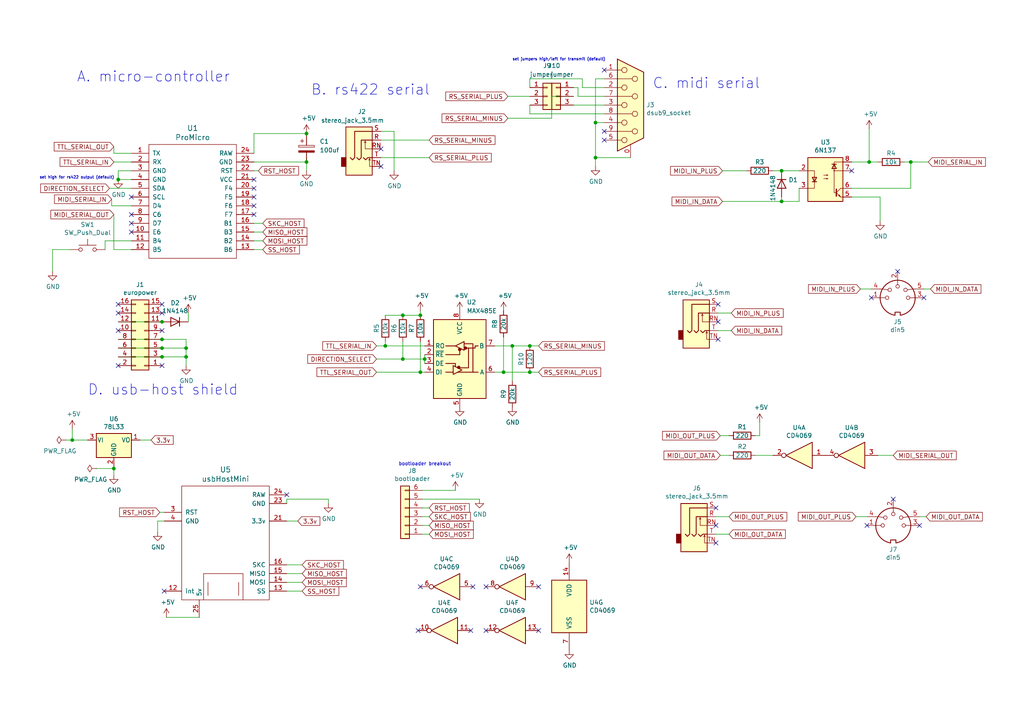
<source format=kicad_sch>
(kicad_sch (version 20211123) (generator eeschema)
  (paper "A4")
  (title_block (title "_transcribe_") (date "2022-02-22") (rev "v0_5_1") (company "cyberboy666 & user43368831") (comment 1 "CC-BY-SA"))
  (lib_symbols
    (symbol "4xxx:4069" (pin_names (offset 1.016))
      (property "Reference" "U" (at 0 1.27 0))
      (property "Value" "4069" (at 0 -1.27 0))
      (symbol "4069_1_0"
        (pin input line (at -7.62 0 0) (length 3.81) (name "~") (number "1"))
        (pin output inverted (at 7.62 0 180) (length 3.81) (name "~") (number "2"))
      )
      (symbol "4069_2_0"
        (pin input line (at -7.62 0 0) (length 3.81) (name "~") (number "3"))
        (pin output inverted (at 7.62 0 180) (length 3.81) (name "~") (number "4"))
      )
      (symbol "4069_3_0"
        (pin input line (at -7.62 0 0) (length 3.81) (name "~") (number "5"))
        (pin output inverted (at 7.62 0 180) (length 3.81) (name "~") (number "6"))
      )
      (symbol "4069_4_0"
        (pin output inverted (at 7.62 0 180) (length 3.81) (name "~") (number "8"))
        (pin input line (at -7.62 0 0) (length 3.81) (name "~") (number "9"))
      )
      (symbol "4069_5_0"
        (pin output inverted (at 7.62 0 180) (length 3.81) (name "~") (number "10"))
        (pin input line (at -7.62 0 0) (length 3.81) (name "~") (number "11"))
      )
      (symbol "4069_6_0"
        (pin output inverted (at 7.62 0 180) (length 3.81) (name "~") (number "12"))
        (pin input line (at -7.62 0 0) (length 3.81) (name "~") (number "13"))
      )
      (symbol "4069_7_0"
        (pin power_in line (at 0 12.7 270) (length 5.08) (name "VDD") (number "14"))
        (pin power_in line (at 0 -12.7 90) (length 5.08) (name "VSS") (number "7"))
      )
    )
    (symbol "Connector:AudioJack3_SwitchTR"
      (property "Reference" "J" (at 0 8.89 0))
      (property "Value" "AudioJack3_SwitchTR" (at 0 6.35 0))
      (symbol "AudioJack3_SwitchTR_1_1"
        (pin passive line (at 5.08 0 180) (length 2.54) (name "~") (number "R"))
        (pin passive line (at 5.08 -2.54 180) (length 2.54) (name "~") (number "RN"))
        (pin passive line (at 5.08 2.54 180) (length 2.54) (name "~") (number "S"))
        (pin passive line (at 5.08 -5.08 180) (length 2.54) (name "~") (number "T"))
        (pin passive line (at 5.08 -7.62 180) (length 2.54) (name "~") (number "TN"))
      )
    )
    (symbol "Connector:DB9_Female_MountingHoles" (pin_names (offset 1.016) hide)
      (property "Reference" "J" (at 0 16.51 0))
      (property "Value" "DB9_Female_MountingHoles" (at 0 14.605 0))
      (symbol "DB9_Female_MountingHoles_1_1"
        (pin passive line (at 0 -15.24 90) (length 3.81) (name "PAD") (number "0"))
        (pin passive line (at -7.62 10.16 0) (length 3.81) (name "1") (number "1"))
        (pin passive line (at -7.62 5.08 0) (length 3.81) (name "2") (number "2"))
        (pin passive line (at -7.62 0 0) (length 3.81) (name "3") (number "3"))
        (pin passive line (at -7.62 -5.08 0) (length 3.81) (name "4") (number "4"))
        (pin passive line (at -7.62 -10.16 0) (length 3.81) (name "5") (number "5"))
        (pin passive line (at -7.62 7.62 0) (length 3.81) (name "6") (number "6"))
        (pin passive line (at -7.62 2.54 0) (length 3.81) (name "7") (number "7"))
        (pin passive line (at -7.62 -2.54 0) (length 3.81) (name "8") (number "8"))
        (pin passive line (at -7.62 -7.62 0) (length 3.81) (name "9") (number "9"))
      )
    )
    (symbol "Connector:DIN-5_180degree" (pin_names (offset 1.016))
      (property "Reference" "J" (at 3.175 5.715 0))
      (property "Value" "DIN-5_180degree" (at 0 -6.35 0))
      (symbol "DIN-5_180degree_1_1"
        (pin passive line (at -7.62 0 0) (length 2.54) (name "~") (number "1"))
        (pin passive line (at 0 7.62 270) (length 2.54) (name "~") (number "2"))
        (pin passive line (at 7.62 0 180) (length 2.54) (name "~") (number "3"))
        (pin passive line (at -7.62 2.54 0) (length 2.54) (name "~") (number "4"))
        (pin passive line (at 7.62 2.54 180) (length 2.54) (name "~") (number "5"))
      )
    )
    (symbol "Connector_Generic:Conn_01x03" (pin_names (offset 1.016) hide)
      (property "Reference" "J" (at 0 5.08 0))
      (property "Value" "Conn_01x03" (at 0 -5.08 0))
      (symbol "Conn_01x03_1_1"
        (pin passive line (at -5.08 2.54 0) (length 3.81) (name "Pin_1") (number "1"))
        (pin passive line (at -5.08 0 0) (length 3.81) (name "Pin_2") (number "2"))
        (pin passive line (at -5.08 -2.54 0) (length 3.81) (name "Pin_3") (number "3"))
      )
    )
    (symbol "Connector_Generic:Conn_01x06" (pin_names (offset 1.016) hide)
      (property "Reference" "J" (at 0 7.62 0))
      (property "Value" "Conn_01x06" (at 0 -10.16 0))
      (symbol "Conn_01x06_1_1"
        (pin passive line (at -5.08 5.08 0) (length 3.81) (name "Pin_1") (number "1"))
        (pin passive line (at -5.08 2.54 0) (length 3.81) (name "Pin_2") (number "2"))
        (pin passive line (at -5.08 0 0) (length 3.81) (name "Pin_3") (number "3"))
        (pin passive line (at -5.08 -2.54 0) (length 3.81) (name "Pin_4") (number "4"))
        (pin passive line (at -5.08 -5.08 0) (length 3.81) (name "Pin_5") (number "5"))
        (pin passive line (at -5.08 -7.62 0) (length 3.81) (name "Pin_6") (number "6"))
      )
    )
    (symbol "Connector_Generic:Conn_02x08_Odd_Even" (pin_names (offset 1.016) hide)
      (property "Reference" "J" (at 1.27 10.16 0))
      (property "Value" "Conn_02x08_Odd_Even" (at 1.27 -12.7 0))
      (symbol "Conn_02x08_Odd_Even_1_1"
        (pin passive line (at -5.08 7.62 0) (length 3.81) (name "Pin_1") (number "1"))
        (pin passive line (at 7.62 -2.54 180) (length 3.81) (name "Pin_10") (number "10"))
        (pin passive line (at -5.08 -5.08 0) (length 3.81) (name "Pin_11") (number "11"))
        (pin passive line (at 7.62 -5.08 180) (length 3.81) (name "Pin_12") (number "12"))
        (pin passive line (at -5.08 -7.62 0) (length 3.81) (name "Pin_13") (number "13"))
        (pin passive line (at 7.62 -7.62 180) (length 3.81) (name "Pin_14") (number "14"))
        (pin passive line (at -5.08 -10.16 0) (length 3.81) (name "Pin_15") (number "15"))
        (pin passive line (at 7.62 -10.16 180) (length 3.81) (name "Pin_16") (number "16"))
        (pin passive line (at 7.62 7.62 180) (length 3.81) (name "Pin_2") (number "2"))
        (pin passive line (at -5.08 5.08 0) (length 3.81) (name "Pin_3") (number "3"))
        (pin passive line (at 7.62 5.08 180) (length 3.81) (name "Pin_4") (number "4"))
        (pin passive line (at -5.08 2.54 0) (length 3.81) (name "Pin_5") (number "5"))
        (pin passive line (at 7.62 2.54 180) (length 3.81) (name "Pin_6") (number "6"))
        (pin passive line (at -5.08 0 0) (length 3.81) (name "Pin_7") (number "7"))
        (pin passive line (at 7.62 0 180) (length 3.81) (name "Pin_8") (number "8"))
        (pin passive line (at -5.08 -2.54 0) (length 3.81) (name "Pin_9") (number "9"))
      )
    )
    (symbol "Device:C_Polarized" (pin_numbers hide) (pin_names (offset 0.254))
      (property "Reference" "C" (at 0.635 2.54 0))
      (property "Value" "C_Polarized" (at 0.635 -2.54 0))
      (symbol "C_Polarized_1_1"
        (pin passive line (at 0 3.81 270) (length 2.794) (name "~") (number "1"))
        (pin passive line (at 0 -3.81 90) (length 2.794) (name "~") (number "2"))
      )
    )
    (symbol "Device:D" (pin_numbers hide) (pin_names (offset 1.016) hide)
      (property "Reference" "D" (at 0 2.54 0))
      (property "Value" "D" (at 0 -2.54 0))
      (symbol "D_1_1"
        (pin passive line (at -3.81 0 0) (length 2.54) (name "K") (number "1"))
        (pin passive line (at 3.81 0 180) (length 2.54) (name "A") (number "2"))
      )
    )
    (symbol "Device:R" (pin_numbers hide) (pin_names (offset 0))
      (property "Reference" "R" (at 2.032 0 90))
      (property "Value" "R" (at 0 0 90))
      (symbol "R_1_1"
        (pin passive line (at 0 3.81 270) (length 1.27) (name "~") (number "1"))
        (pin passive line (at 0 -3.81 90) (length 1.27) (name "~") (number "2"))
      )
    )
    (symbol "Interface_UART:MAX485E"
      (property "Reference" "U" (at -6.096 11.43 0))
      (property "Value" "MAX485E" (at 0.762 11.43 0))
      (symbol "MAX485E_1_1"
        (pin output line (at -10.16 2.54 0) (length 2.54) (name "RO") (number "1"))
        (pin input line (at -10.16 0 0) (length 2.54) (name "~{RE}") (number "2"))
        (pin input line (at -10.16 -2.54 0) (length 2.54) (name "DE") (number "3"))
        (pin input line (at -10.16 -5.08 0) (length 2.54) (name "DI") (number "4"))
        (pin power_in line (at 0 -15.24 90) (length 2.54) (name "GND") (number "5"))
        (pin bidirectional line (at 10.16 -5.08 180) (length 2.54) (name "A") (number "6"))
        (pin bidirectional line (at 10.16 2.54 180) (length 2.54) (name "B") (number "7"))
        (pin power_in line (at 0 12.7 270) (length 2.54) (name "VCC") (number "8"))
      )
    )
    (symbol "Regulator_Linear:L78L33_TO92" (pin_names (offset 0.254))
      (property "Reference" "U" (at -3.81 3.175 0))
      (property "Value" "L78L33_TO92" (at 0 3.175 0))
      (symbol "L78L33_TO92_1_1"
        (pin power_out line (at 7.62 0 180) (length 2.54) (name "VO") (number "1"))
        (pin power_in line (at 0 -7.62 90) (length 2.54) (name "GND") (number "2"))
        (pin power_in line (at -7.62 0 0) (length 2.54) (name "VI") (number "3"))
      )
    )
    (symbol "Switch:SW_Push" (pin_numbers hide) (pin_names (offset 1.016) hide)
      (property "Reference" "SW" (at 1.27 2.54 0))
      (property "Value" "SW_Push" (at 0 -1.524 0))
      (symbol "SW_Push_0_1"
        (pin passive line (at -5.08 0 0) (length 2.54) (name "1") (number "1"))
        (pin passive line (at 5.08 0 180) (length 2.54) (name "2") (number "2"))
      )
    )
    (symbol "power:+5V" (power) (pin_names (offset 0))
      (property "Value" "+5V" (at 0 3.556 0))
      (symbol "+5V_1_1"
        (pin power_in line (at 0 0 90) (length 0) hide (name "+5V") (number "1"))
      )
    )
    (symbol "power:GND" (power) (pin_names (offset 0))
      (property "Value" "GND" (at 0 -3.81 0))
      (symbol "GND_1_1"
        (pin power_in line (at 0 0 270) (length 0) hide (name "GND") (number "1"))
      )
    )
    (symbol "power:PWR_FLAG" (power) (pin_numbers hide) (pin_names (offset 0) hide)
      (property "Value" "PWR_FLAG" (at 0 3.81 0))
      (symbol "PWR_FLAG_0_0"
        (pin power_out line (at 0 0 90) (length 0) (name "pwr") (number "1"))
      )
    )
    (symbol "transcribe_circuit-rescue:6N137-Isolator" (pin_names (offset 1.016))
      (property "Reference" "U" (at -5.08 7.62 0))
      (property "Value" "6N137-Isolator" (at 0 7.62 0))
      (symbol "6N137-Isolator_1_1"
        (pin no_connect line (at -5.08 5.08 0) (length 2.54) hide (name "NC") (number "1"))
        (pin passive line (at -7.62 2.54 0) (length 2.54) (name "~") (number "2"))
        (pin passive line (at -7.62 -2.54 0) (length 2.54) (name "~") (number "3"))
        (pin no_connect line (at -5.08 -5.08 0) (length 2.54) hide (name "NC") (number "4"))
        (pin passive line (at 7.62 -5.08 180) (length 2.54) (name "~") (number "5"))
        (pin passive line (at 7.62 -2.54 180) (length 2.54) (name "~") (number "6"))
        (pin passive line (at 7.62 2.54 180) (length 2.54) (name "~") (number "7"))
        (pin passive line (at 7.62 5.08 180) (length 2.54) (name "~") (number "8"))
      )
    )
    (symbol "transcribe_circuit-rescue:ProMicro-promicro" (pin_names (offset 1.016))
      (property "Reference" "U" (at 0 24.13 0))
      (property "Value" "ProMicro-promicro" (at 0 -13.97 0))
      (symbol "ProMicro-promicro_1_1"
        (pin bidirectional line (at -17.78 19.05 0) (length 5.08) (name "TX") (number "1"))
        (pin bidirectional line (at -17.78 -3.81 0) (length 5.08) (name "E6") (number "10"))
        (pin bidirectional line (at -17.78 -6.35 0) (length 5.08) (name "B4") (number "11"))
        (pin bidirectional line (at -17.78 -8.89 0) (length 5.08) (name "B5") (number "12"))
        (pin bidirectional line (at 17.78 -8.89 180) (length 5.08) (name "B6") (number "13"))
        (pin bidirectional line (at 17.78 -6.35 180) (length 5.08) (name "B2") (number "14"))
        (pin bidirectional line (at 17.78 -3.81 180) (length 5.08) (name "B3") (number "15"))
        (pin bidirectional line (at 17.78 -1.27 180) (length 5.08) (name "B1") (number "16"))
        (pin bidirectional line (at 17.78 1.27 180) (length 5.08) (name "F7") (number "17"))
        (pin bidirectional line (at 17.78 3.81 180) (length 5.08) (name "F6") (number "18"))
        (pin bidirectional line (at 17.78 6.35 180) (length 5.08) (name "F5") (number "19"))
        (pin bidirectional line (at -17.78 16.51 0) (length 5.08) (name "RX") (number "2"))
        (pin bidirectional line (at 17.78 8.89 180) (length 5.08) (name "F4") (number "20"))
        (pin power_in line (at 17.78 11.43 180) (length 5.08) (name "VCC") (number "21"))
        (pin input line (at 17.78 13.97 180) (length 5.08) (name "RST") (number "22"))
        (pin power_in line (at 17.78 16.51 180) (length 5.08) (name "GND") (number "23"))
        (pin power_out line (at 17.78 19.05 180) (length 5.08) (name "RAW") (number "24"))
        (pin power_in line (at -17.78 13.97 0) (length 5.08) (name "GND") (number "3"))
        (pin power_in line (at -17.78 11.43 0) (length 5.08) (name "GND") (number "4"))
        (pin bidirectional line (at -17.78 8.89 0) (length 5.08) (name "SDA") (number "5"))
        (pin bidirectional line (at -17.78 6.35 0) (length 5.08) (name "SCL") (number "6"))
        (pin bidirectional line (at -17.78 3.81 0) (length 5.08) (name "D4") (number "7"))
        (pin bidirectional line (at -17.78 1.27 0) (length 5.08) (name "C6") (number "8"))
        (pin bidirectional line (at -17.78 -1.27 0) (length 5.08) (name "D7") (number "9"))
      )
    )
    (symbol "transcribe_circuit-rescue:usbHostMini-promicro" (pin_names (offset 1.016))
      (property "Reference" "U" (at 0 24.13 0))
      (property "Value" "usbHostMini-promicro" (at 0 -13.97 0))
      (symbol "usbHostMini-promicro_1_1"
        (pin no_connect line (at -17.78 19.05 0) (length 5.08) hide (name "~") (number "1"))
        (pin no_connect line (at -17.78 -3.81 0) (length 5.08) hide (name "~") (number "10"))
        (pin no_connect line (at -17.78 -6.35 0) (length 5.08) hide (name "~") (number "11"))
        (pin bidirectional line (at -17.78 -8.89 0) (length 5.08) (name "int") (number "12"))
        (pin bidirectional line (at 17.78 -8.89 180) (length 5.08) (name "SS") (number "13"))
        (pin bidirectional line (at 17.78 -6.35 180) (length 5.08) (name "MOSI") (number "14"))
        (pin bidirectional line (at 17.78 -3.81 180) (length 5.08) (name "MISO") (number "15"))
        (pin bidirectional line (at 17.78 -1.27 180) (length 5.08) (name "SKC") (number "16"))
        (pin no_connect line (at 17.78 1.27 180) (length 5.08) hide (name "~") (number "17"))
        (pin no_connect line (at 17.78 3.81 180) (length 5.08) hide (name "~") (number "18"))
        (pin no_connect line (at 17.78 6.35 180) (length 5.08) hide (name "~") (number "19"))
        (pin no_connect line (at -17.78 16.51 0) (length 5.08) hide (name "~") (number "2"))
        (pin no_connect line (at 17.78 8.89 180) (length 5.08) hide (name "~") (number "20"))
        (pin power_in line (at 17.78 11.43 180) (length 5.08) (name "3.3v") (number "21"))
        (pin no_connect line (at 17.78 13.97 180) (length 5.08) hide (name "~") (number "22"))
        (pin power_in line (at 17.78 16.51 180) (length 5.08) (name "GND") (number "23"))
        (pin power_out line (at 17.78 19.05 180) (length 5.08) (name "RAW") (number "24"))
        (pin power_in line (at -7.62 -16.51 90) (length 5.08) (name "5v") (number "25"))
        (pin bidirectional line (at -17.78 13.97 0) (length 5.08) (name "RST") (number "3"))
        (pin power_in line (at -17.78 11.43 0) (length 5.08) (name "GND") (number "4"))
        (pin no_connect line (at -17.78 8.89 0) (length 5.08) hide (name "~") (number "5"))
        (pin no_connect line (at -17.78 6.35 0) (length 5.08) hide (name "~") (number "6"))
        (pin no_connect line (at -17.78 3.81 0) (length 5.08) hide (name "~") (number "7"))
        (pin no_connect line (at -17.78 1.27 0) (length 5.08) hide (name "~") (number "8"))
        (pin no_connect line (at -17.78 -1.27 0) (length 5.08) hide (name "~") (number "9"))
      )
    )
  )
  (junction (at 46.99 93.345))
  (junction (at 53.975 103.505))
  (junction (at 111.76 100.33))
  (junction (at 252.095 46.99))
  (junction (at 146.05 107.95))
  (junction (at 148.59 100.33))
  (junction (at 123.19 104.14))
  (junction (at 116.84 91.44))
  (junction (at 53.975 100.965))
  (junction (at 46.99 98.425))
  (junction (at 88.9 46.99))
  (junction (at 46.99 103.505))
  (junction (at 172.72 35.56))
  (junction (at 34.29 52.07))
  (junction (at 20.955 127.635))
  (junction (at 226.695 49.53))
  (junction (at 264.16 46.99))
  (junction (at 153.67 107.95))
  (junction (at 116.84 104.14))
  (junction (at 172.72 45.72))
  (junction (at 88.9 38.735))
  (junction (at 121.92 91.44))
  (junction (at 226.695 58.42))
  (junction (at 46.99 100.965))
  (junction (at 121.92 107.95))
  (junction (at 153.67 100.33))
  (junction (at 33.02 135.89))
  (no_connect (at 156.21 170.18))
  (no_connect (at 38.1 64.77))
  (no_connect (at 34.29 95.885))
  (no_connect (at 46.99 95.885))
  (no_connect (at 137.16 170.18))
  (no_connect (at 175.26 38.1))
  (no_connect (at 73.66 57.15))
  (no_connect (at 110.49 48.26))
  (no_connect (at 38.1 62.23))
  (no_connect (at 156.21 182.88))
  (no_connect (at 208.28 98.425))
  (no_connect (at 73.66 52.07))
  (no_connect (at 208.28 93.345))
  (no_connect (at 46.99 90.805))
  (no_connect (at 208.28 88.265))
  (no_connect (at 266.7 152.4))
  (no_connect (at 34.29 106.045))
  (no_connect (at 38.1 67.31))
  (no_connect (at 73.66 59.69))
  (no_connect (at 73.66 54.61))
  (no_connect (at 136.525 182.88))
  (no_connect (at 207.645 152.4))
  (no_connect (at 46.99 106.045))
  (no_connect (at 252.73 86.36))
  (no_connect (at 251.46 152.4))
  (no_connect (at 260.35 78.74))
  (no_connect (at 34.29 90.805))
  (no_connect (at 38.1 57.15))
  (no_connect (at 140.97 182.88))
  (no_connect (at 34.29 88.265))
  (no_connect (at 110.49 43.18))
  (no_connect (at 46.99 88.265))
  (no_connect (at 207.645 147.32))
  (no_connect (at 267.97 86.36))
  (no_connect (at 121.285 182.88))
  (no_connect (at 175.26 20.32))
  (no_connect (at 259.08 144.78))
  (no_connect (at 83.185 143.51))
  (no_connect (at 47.625 171.45))
  (no_connect (at 207.645 157.48))
  (no_connect (at 121.92 170.18))
  (no_connect (at 73.66 62.23))
  (no_connect (at 175.26 40.64))
  (no_connect (at 247.015 49.53))
  (no_connect (at 140.97 170.18))
  (wire (pts (xy 33.02 62.23) (xy 33.02 72.39)))
  (wire (pts (xy 160.02 27.94) (xy 160.02 34.29)))
  (wire (pts (xy 88.9 38.1) (xy 88.9 38.735)))
  (wire (pts (xy 269.875 83.82) (xy 267.97 83.82)))
  (wire (pts (xy 148.59 100.33) (xy 148.59 110.49)))
  (wire (pts (xy 211.455 126.365) (xy 208.915 126.365)))
  (wire (pts (xy 32.385 57.785) (xy 32.385 59.69)))
  (wire (pts (xy 20.955 127.635) (xy 19.05 127.635)))
  (wire (pts (xy 48.26 179.07) (xy 57.785 179.07)))
  (wire (pts (xy 20.955 124.46) (xy 20.955 127.635)))
  (wire (pts (xy 46.99 103.505) (xy 53.975 103.505)))
  (wire (pts (xy 116.84 104.14) (xy 123.19 104.14)))
  (wire (pts (xy 264.16 54.61) (xy 264.16 46.99)))
  (wire (pts (xy 40.64 127.635) (xy 43.815 127.635)))
  (wire (pts (xy 110.49 40.64) (xy 124.46 40.64)))
  (wire (pts (xy 252.095 46.99) (xy 254.635 46.99)))
  (wire (pts (xy 114.3 38.1) (xy 114.3 49.53)))
  (wire (pts (xy 54.61 90.805) (xy 54.61 93.345)))
  (wire (pts (xy 172.72 35.56) (xy 172.72 45.72)))
  (wire (pts (xy 172.72 35.56) (xy 175.26 35.56)))
  (wire (pts (xy 231.775 49.53) (xy 226.695 49.53)))
  (wire (pts (xy 76.2 64.77) (xy 73.66 64.77)))
  (wire (pts (xy 73.66 38.735) (xy 88.9 38.735)))
  (wire (pts (xy 87.63 166.37) (xy 83.185 166.37)))
  (wire (pts (xy 15.24 72.39) (xy 20.32 72.39)))
  (wire (pts (xy 121.92 99.06) (xy 121.92 107.95)))
  (wire (pts (xy 20.955 127.635) (xy 25.4 127.635)))
  (wire (pts (xy 220.345 126.365) (xy 220.345 122.555)))
  (wire (pts (xy 172.72 35.56) (xy 172.72 22.86)))
  (wire (pts (xy 255.27 64.135) (xy 255.27 57.15)))
  (wire (pts (xy 219.075 132.08) (xy 224.155 132.08)))
  (wire (pts (xy 30.48 72.39) (xy 30.48 69.85)))
  (wire (pts (xy 33.02 44.45) (xy 33.02 42.545)))
  (wire (pts (xy 38.1 49.53) (xy 34.29 49.53)))
  (wire (pts (xy 33.02 72.39) (xy 38.1 72.39)))
  (wire (pts (xy 111.76 91.44) (xy 116.84 91.44)))
  (wire (pts (xy 76.2 67.31) (xy 73.66 67.31)))
  (wire (pts (xy 30.48 69.85) (xy 38.1 69.85)))
  (wire (pts (xy 27.94 135.89) (xy 33.02 135.89)))
  (wire (pts (xy 167.64 27.94) (xy 175.26 27.94)))
  (wire (pts (xy 251.46 149.86) (xy 248.285 149.86)))
  (wire (pts (xy 172.72 22.86) (xy 175.26 22.86)))
  (wire (pts (xy 252.095 37.465) (xy 252.095 46.99)))
  (wire (pts (xy 33.02 44.45) (xy 38.1 44.45)))
  (wire (pts (xy 110.49 38.1) (xy 114.3 38.1)))
  (wire (pts (xy 83.185 144.78) (xy 95.25 144.78)))
  (wire (pts (xy 76.2 72.39) (xy 73.66 72.39)))
  (wire (pts (xy 139.065 144.78) (xy 122.555 144.78)))
  (wire (pts (xy 175.26 25.4) (xy 168.91 25.4)))
  (wire (pts (xy 166.37 30.48) (xy 175.26 30.48)))
  (wire (pts (xy 143.51 107.95) (xy 146.05 107.95)))
  (wire (pts (xy 153.67 30.48) (xy 153.67 33.02)))
  (wire (pts (xy 34.29 49.53) (xy 34.29 52.07)))
  (wire (pts (xy 262.255 46.99) (xy 264.16 46.99)))
  (wire (pts (xy 47.625 151.13) (xy 45.72 151.13)))
  (wire (pts (xy 34.29 93.345) (xy 46.99 93.345)))
  (wire (pts (xy 53.975 98.425) (xy 53.975 100.965)))
  (wire (pts (xy 15.24 78.74) (xy 15.24 72.39)))
  (wire (pts (xy 226.695 58.42) (xy 209.55 58.42)))
  (wire (pts (xy 121.92 90.17) (xy 121.92 91.44)))
  (wire (pts (xy 207.645 154.94) (xy 211.455 154.94)))
  (wire (pts (xy 109.22 104.14) (xy 116.84 104.14)))
  (wire (pts (xy 146.05 107.95) (xy 153.67 107.95)))
  (wire (pts (xy 34.29 98.425) (xy 46.99 98.425)))
  (wire (pts (xy 172.72 45.72) (xy 182.88 45.72)))
  (wire (pts (xy 231.775 58.42) (xy 231.775 54.61)))
  (wire (pts (xy 268.605 149.86) (xy 266.7 149.86)))
  (wire (pts (xy 226.695 49.53) (xy 224.155 49.53)))
  (wire (pts (xy 168.91 25.4) (xy 168.91 22.86)))
  (wire (pts (xy 46.99 98.425) (xy 53.975 98.425)))
  (wire (pts (xy 109.22 100.33) (xy 111.76 100.33)))
  (wire (pts (xy 226.695 57.15) (xy 226.695 58.42)))
  (wire (pts (xy 168.91 22.86) (xy 153.67 22.86)))
  (wire (pts (xy 166.37 25.4) (xy 167.64 25.4)))
  (wire (pts (xy 88.9 46.99) (xy 88.9 49.53)))
  (wire (pts (xy 153.67 100.33) (xy 156.21 100.33)))
  (wire (pts (xy 122.555 149.86) (xy 124.46 149.86)))
  (wire (pts (xy 34.29 103.505) (xy 46.99 103.505)))
  (wire (pts (xy 254.635 132.08) (xy 259.08 132.08)))
  (wire (pts (xy 216.535 49.53) (xy 209.55 49.53)))
  (wire (pts (xy 83.185 146.05) (xy 83.185 144.78)))
  (wire (pts (xy 172.72 45.72) (xy 172.72 48.26)))
  (wire (pts (xy 110.49 45.72) (xy 124.46 45.72)))
  (wire (pts (xy 45.72 151.13) (xy 45.72 154.305)))
  (wire (pts (xy 116.84 91.44) (xy 121.92 91.44)))
  (wire (pts (xy 247.015 54.61) (xy 264.16 54.61)))
  (wire (pts (xy 122.555 147.32) (xy 124.46 147.32)))
  (wire (pts (xy 53.975 103.505) (xy 53.975 106.045)))
  (wire (pts (xy 255.27 57.15) (xy 247.015 57.15)))
  (wire (pts (xy 208.28 95.885) (xy 212.09 95.885)))
  (wire (pts (xy 87.63 171.45) (xy 83.185 171.45)))
  (wire (pts (xy 153.67 33.02) (xy 175.26 33.02)))
  (wire (pts (xy 111.76 99.06) (xy 111.76 100.33)))
  (wire (pts (xy 146.05 97.79) (xy 146.05 107.95)))
  (wire (pts (xy 208.28 90.805) (xy 212.09 90.805)))
  (wire (pts (xy 47.625 148.59) (xy 46.355 148.59)))
  (wire (pts (xy 122.555 142.24) (xy 132.08 142.24)))
  (wire (pts (xy 34.29 100.965) (xy 46.99 100.965)))
  (wire (pts (xy 264.16 46.99) (xy 269.24 46.99)))
  (wire (pts (xy 166.37 27.94) (xy 160.02 27.94)))
  (wire (pts (xy 153.67 107.95) (xy 156.21 107.95)))
  (wire (pts (xy 31.75 54.61) (xy 38.1 54.61)))
  (wire (pts (xy 116.84 99.06) (xy 116.84 104.14)))
  (wire (pts (xy 109.22 107.95) (xy 121.92 107.95)))
  (wire (pts (xy 111.76 100.33) (xy 123.19 100.33)))
  (wire (pts (xy 33.02 135.89) (xy 33.02 137.795)))
  (wire (pts (xy 123.19 102.87) (xy 123.19 104.14)))
  (wire (pts (xy 167.64 27.94) (xy 167.64 25.4)))
  (wire (pts (xy 33.02 46.99) (xy 38.1 46.99)))
  (wire (pts (xy 33.02 135.255) (xy 33.02 135.89)))
  (wire (pts (xy 122.555 154.94) (xy 124.46 154.94)))
  (wire (pts (xy 73.66 49.53) (xy 74.93 49.53)))
  (wire (pts (xy 53.975 100.965) (xy 53.975 103.505)))
  (wire (pts (xy 121.92 107.95) (xy 123.19 107.95)))
  (wire (pts (xy 123.19 104.14) (xy 123.19 105.41)))
  (wire (pts (xy 32.385 59.69) (xy 38.1 59.69)))
  (wire (pts (xy 38.1 52.07) (xy 34.29 52.07)))
  (wire (pts (xy 88.9 38.735) (xy 88.9 39.37)))
  (wire (pts (xy 122.555 152.4) (xy 124.46 152.4)))
  (wire (pts (xy 86.36 151.13) (xy 83.185 151.13)))
  (wire (pts (xy 143.51 100.33) (xy 148.59 100.33)))
  (wire (pts (xy 87.63 163.83) (xy 83.185 163.83)))
  (wire (pts (xy 247.015 46.99) (xy 252.095 46.99)))
  (wire (pts (xy 87.63 168.91) (xy 83.185 168.91)))
  (wire (pts (xy 211.455 132.08) (xy 208.915 132.08)))
  (wire (pts (xy 148.59 100.33) (xy 153.67 100.33)))
  (wire (pts (xy 226.695 58.42) (xy 231.775 58.42)))
  (wire (pts (xy 73.66 44.45) (xy 73.66 38.735)))
  (wire (pts (xy 73.66 46.99) (xy 88.9 46.99)))
  (wire (pts (xy 219.075 126.365) (xy 220.345 126.365)))
  (wire (pts (xy 252.73 83.82) (xy 249.555 83.82)))
  (wire (pts (xy 153.67 22.86) (xy 153.67 25.4)))
  (wire (pts (xy 76.2 69.85) (xy 73.66 69.85)))
  (wire (pts (xy 160.02 34.29) (xy 147.32 34.29)))
  (wire (pts (xy 207.645 149.86) (xy 211.455 149.86)))
  (wire (pts (xy 46.99 100.965) (xy 53.975 100.965)))
  (wire (pts (xy 147.32 27.94) (xy 153.67 27.94)))
  (wire (pts (xy 88.9 45.72) (xy 88.9 46.99)))
  (wire (pts (xy 95.25 144.78) (xy 95.25 146.05)))
  (text "A. micro-controller" (at 22.225 24.13 0) (effects (font (size 2.9972 2.9972)) (justify left bottom)))
  (text "bootloader breakout" (at 115.57 135.255 0) (effects (font (size 0.9906 0.9906)) (justify left bottom)))
  (text "B. rs422 serial" (at 90.17 27.94 0) (effects (font (size 2.9972 2.9972)) (justify left bottom)))
  (text "set jumpers high/left for transmit (default)" (at 148.59 17.78 0) (effects (font (size 0.8 0.8)) (justify left bottom)))
  (text "set high for rs422 output (default)" (at 11.43 52.07 0) (effects (font (size 0.8 0.8)) (justify left bottom)))
  (text "D. usb-host shield" (at 25.4 114.935 0) (effects (font (size 2.9972 2.9972)) (justify left bottom)))
  (text "C. midi serial" (at 189.23 26.035 0) (effects (font (size 2.9972 2.9972)) (justify left bottom)))
  (global_label "TTL_SERIAL_IN" (shape input) (at 109.22 100.33 180) (property "Intersheet References" "${INTERSHEET_REFS}" (effects hide)))
  (global_label "MOSI_HOST" (shape input) (at 124.46 154.94 0) (property "Intersheet References" "${INTERSHEET_REFS}" (effects hide)))
  (global_label "3.3v" (shape input) (at 86.36 151.13 0) (property "Intersheet References" "${INTERSHEET_REFS}" (effects hide)))
  (global_label "MOSI_HOST" (shape input) (at 87.63 168.91 0) (property "Intersheet References" "${INTERSHEET_REFS}" (effects hide)))
  (global_label "SKC_HOST" (shape input) (at 87.63 163.83 0) (property "Intersheet References" "${INTERSHEET_REFS}" (effects hide)))
  (global_label "MIDI_OUT_PLUS" (shape input) (at 211.455 149.86 0) (property "Intersheet References" "${INTERSHEET_REFS}" (effects hide)))
  (global_label "MISO_HOST" (shape input) (at 76.2 67.31 0) (property "Intersheet References" "${INTERSHEET_REFS}" (effects hide)))
  (global_label "RS_SERIAL_MINUS" (shape input) (at 124.46 40.64 0) (property "Intersheet References" "${INTERSHEET_REFS}" (effects hide)))
  (global_label "MIDI_OUT_DATA" (shape input) (at 211.455 154.94 0) (property "Intersheet References" "${INTERSHEET_REFS}" (effects hide)))
  (global_label "RST_HOST" (shape input) (at 74.93 49.53 0) (property "Intersheet References" "${INTERSHEET_REFS}" (effects hide)))
  (global_label "MOSI_HOST" (shape input) (at 76.2 69.85 0) (property "Intersheet References" "${INTERSHEET_REFS}" (effects hide)))
  (global_label "MIDI_OUT_PLUS" (shape input) (at 248.285 149.86 180) (property "Intersheet References" "${INTERSHEET_REFS}" (effects hide)))
  (global_label "SS_HOST" (shape input) (at 87.63 171.45 0) (property "Intersheet References" "${INTERSHEET_REFS}" (effects hide)))
  (global_label "MIDI_OUT_PLUS" (shape input) (at 208.915 126.365 180) (property "Intersheet References" "${INTERSHEET_REFS}" (effects hide)))
  (global_label "SKC_HOST" (shape input) (at 124.46 149.86 0) (property "Intersheet References" "${INTERSHEET_REFS}" (effects hide)))
  (global_label "RS_SERIAL_PLUS" (shape input) (at 124.46 45.72 0) (property "Intersheet References" "${INTERSHEET_REFS}" (effects hide)))
  (global_label "TTL_SERIAL_OUT" (shape input) (at 33.02 42.545 180) (property "Intersheet References" "${INTERSHEET_REFS}" (effects hide)))
  (global_label "RST_HOST" (shape input) (at 46.355 148.59 180) (property "Intersheet References" "${INTERSHEET_REFS}" (effects hide)))
  (global_label "RST_HOST" (shape input) (at 124.46 147.32 0) (property "Intersheet References" "${INTERSHEET_REFS}" (effects hide)))
  (global_label "MIDI_IN_PLUS" (shape input) (at 249.555 83.82 180) (property "Intersheet References" "${INTERSHEET_REFS}" (effects hide)))
  (global_label "MIDI_IN_DATA" (shape input) (at 209.55 58.42 180) (property "Intersheet References" "${INTERSHEET_REFS}" (effects hide)))
  (global_label "3.3v" (shape input) (at 43.815 127.635 0) (property "Intersheet References" "${INTERSHEET_REFS}" (effects hide)))
  (global_label "SS_HOST" (shape input) (at 76.2 72.39 0) (property "Intersheet References" "${INTERSHEET_REFS}" (effects hide)))
  (global_label "RS_SERIAL_PLUS" (shape input) (at 147.32 27.94 180) (property "Intersheet References" "${INTERSHEET_REFS}" (effects hide)))
  (global_label "RS_SERIAL_MINUS" (shape input) (at 156.21 100.33 0) (property "Intersheet References" "${INTERSHEET_REFS}" (effects hide)))
  (global_label "TTL_SERIAL_OUT" (shape input) (at 109.22 107.95 180) (property "Intersheet References" "${INTERSHEET_REFS}" (effects hide)))
  (global_label "MIDI_IN_PLUS" (shape input) (at 209.55 49.53 180) (property "Intersheet References" "${INTERSHEET_REFS}" (effects hide)))
  (global_label "RS_SERIAL_MINUS" (shape input) (at 147.32 34.29 180) (property "Intersheet References" "${INTERSHEET_REFS}" (effects hide)))
  (global_label "MIDI_IN_PLUS" (shape input) (at 212.09 90.805 0) (property "Intersheet References" "${INTERSHEET_REFS}" (effects hide)))
  (global_label "DIRECTION_SELECT" (shape input) (at 31.75 54.61 180) (property "Intersheet References" "${INTERSHEET_REFS}" (effects hide)))
  (global_label "RS_SERIAL_PLUS" (shape input) (at 156.21 107.95 0) (property "Intersheet References" "${INTERSHEET_REFS}" (effects hide)))
  (global_label "MIDI_SERIAL_IN" (shape input) (at 32.385 57.785 180) (property "Intersheet References" "${INTERSHEET_REFS}" (effects hide)))
  (global_label "MIDI_SERIAL_IN" (shape input) (at 269.24 46.99 0) (property "Intersheet References" "${INTERSHEET_REFS}" (effects hide)))
  (global_label "TTL_SERIAL_IN" (shape input) (at 33.02 46.99 180) (property "Intersheet References" "${INTERSHEET_REFS}" (effects hide)))
  (global_label "DIRECTION_SELECT" (shape input) (at 109.22 104.14 180) (property "Intersheet References" "${INTERSHEET_REFS}" (effects hide)))
  (global_label "MIDI_OUT_DATA" (shape input) (at 208.915 132.08 180) (property "Intersheet References" "${INTERSHEET_REFS}" (effects hide)))
  (global_label "MIDI_IN_DATA" (shape input) (at 269.875 83.82 0) (property "Intersheet References" "${INTERSHEET_REFS}" (effects hide)))
  (global_label "MIDI_SERIAL_OUT" (shape input) (at 259.08 132.08 0) (property "Intersheet References" "${INTERSHEET_REFS}" (effects hide)))
  (global_label "MIDI_IN_DATA" (shape input) (at 212.09 95.885 0) (property "Intersheet References" "${INTERSHEET_REFS}" (effects hide)))
  (global_label "MISO_HOST" (shape input) (at 87.63 166.37 0) (property "Intersheet References" "${INTERSHEET_REFS}" (effects hide)))
  (global_label "SKC_HOST" (shape input) (at 76.2 64.77 0) (property "Intersheet References" "${INTERSHEET_REFS}" (effects hide)))
  (global_label "MIDI_OUT_DATA" (shape input) (at 268.605 149.86 0) (property "Intersheet References" "${INTERSHEET_REFS}" (effects hide)))
  (global_label "MISO_HOST" (shape input) (at 124.46 152.4 0) (property "Intersheet References" "${INTERSHEET_REFS}" (effects hide)))
  (global_label "MIDI_SERIAL_OUT" (shape input) (at 33.02 62.23 180) (property "Intersheet References" "${INTERSHEET_REFS}" (effects hide)))
  (symbol (lib_id "transcribe_circuit-rescue:ProMicro-promicro") (at 55.88 63.5 0) (unit 1)
    (property "Reference" "U1" (at 55.88 37.1602 0) (effects (font (size 1.524 1.524))))
    (property "Value" "ProMicro" (at 55.88 39.8526 0) (effects (font (size 1.524 1.524))))
    (property "Footprint" "lib_fp:ProMicro" (effects hide))
  )
  (symbol (lib_id "transcribe_circuit-rescue:usbHostMini-promicro") (at 65.405 162.56 0) (unit 1)
    (property "Reference" "U5" (at 65.405 136.2202 0) (effects (font (size 1.524 1.524))))
    (property "Value" "usbHostMini" (at 65.405 138.9126 0) (effects (font (size 1.524 1.524))))
    (property "Footprint" "lib_fp:usbHostMidi" (effects hide))
  )
  (symbol (lib_id "Device:R") (at 220.345 49.53 270) (unit 1)
    (property "Reference" "R3" (at 220.345 46.99 90))
    (property "Value" "220" (at 220.345 49.53 90))
    (property "Footprint" "Resistor_THT:R_Axial_DIN0207_L6.3mm_D2.5mm_P5.08mm_Vertical" (effects hide))
  )
  (symbol (lib_id "Device:R") (at 258.445 46.99 270) (unit 1)
    (property "Reference" "R4" (at 258.445 44.45 90))
    (property "Value" "10k" (at 258.445 46.99 90))
    (property "Footprint" "Resistor_THT:R_Axial_DIN0207_L6.3mm_D2.5mm_P5.08mm_Vertical" (effects hide))
  )
  (symbol (lib_id "Device:D") (at 226.695 53.34 270) (unit 1)
    (property "Reference" "D1" (at 228.7016 52.1716 90) (effects (justify left)))
    (property "Value" "1N4148" (at 224.155 50.8 0) (effects (justify left)))
    (property "Footprint" "Diode_THT:D_T-1_P5.08mm_Horizontal" (effects hide))
  )
  (symbol (lib_id "power:+5V") (at 252.095 37.465 0) (unit 1)
    (property "Reference" "#PWR021" (effects hide))
    (property "Value" "+5V" (at 252.476 33.0708 0))
  )
  (symbol (lib_id "power:GND") (at 255.27 64.135 0) (unit 1)
    (property "Reference" "#PWR022" (effects hide))
    (property "Value" "GND" (at 255.397 68.5292 0))
  )
  (symbol (lib_id "Connector:AudioJack3_SwitchTR") (at 203.2 90.805 0) (unit 1)
    (property "Reference" "J4" (at 202.7428 82.55 0))
    (property "Value" "stereo_jack_3.5mm" (at 202.7428 84.8614 0))
    (property "Footprint" "lib_fp:horizontal_3.5mm_stereo_TRS_jack_A-853" (effects hide))
  )
  (symbol (lib_id "Connector:AudioJack3_SwitchTR") (at 202.565 149.86 0) (unit 1)
    (property "Reference" "J6" (at 202.1078 141.605 0))
    (property "Value" "stereo_jack_3.5mm" (at 202.1078 143.9164 0))
    (property "Footprint" "lib_fp:horizontal_3.5mm_stereo_TRS_jack_A-853" (effects hide))
  )
  (symbol (lib_id "power:+5V") (at 220.345 122.555 0) (unit 1)
    (property "Reference" "#PWR020" (effects hide))
    (property "Value" "+5V" (at 220.726 118.1608 0))
  )
  (symbol (lib_id "Device:R") (at 215.265 126.365 270) (unit 1)
    (property "Reference" "R1" (at 215.265 123.825 90))
    (property "Value" "220" (at 215.265 126.365 90))
    (property "Footprint" "Resistor_THT:R_Axial_DIN0207_L6.3mm_D2.5mm_P5.08mm_Vertical" (effects hide))
  )
  (symbol (lib_id "Device:R") (at 215.265 132.08 270) (unit 1)
    (property "Reference" "R2" (at 215.265 129.54 90))
    (property "Value" "220" (at 215.265 132.08 90))
    (property "Footprint" "Resistor_THT:R_Axial_DIN0207_L6.3mm_D2.5mm_P5.08mm_Vertical" (effects hide))
  )
  (symbol (lib_id "power:GND") (at 133.35 118.11 0) (unit 1)
    (property "Reference" "#PWR015" (effects hide))
    (property "Value" "GND" (at 133.477 122.5042 0))
  )
  (symbol (lib_id "Connector:AudioJack3_SwitchTR") (at 105.41 40.64 0) (unit 1)
    (property "Reference" "J2" (at 104.9528 32.385 0))
    (property "Value" "stereo_jack_3.5mm" (at 102.235 34.925 0))
    (property "Footprint" "lib_fp:horizontal_3.5mm_stereo_TRS_jack_A-853" (effects hide))
  )
  (symbol (lib_id "power:GND") (at 114.3 49.53 0) (unit 1)
    (property "Reference" "#PWR013" (effects hide))
    (property "Value" "GND" (at 114.427 53.9242 0))
  )
  (symbol (lib_id "power:GND") (at 172.72 48.26 0) (unit 1)
    (property "Reference" "#PWR016" (effects hide))
    (property "Value" "GND" (at 172.847 52.6542 0))
  )
  (symbol (lib_id "power:+5V") (at 20.955 124.46 0) (unit 1)
    (property "Reference" "#PWR03" (effects hide))
    (property "Value" "+5V" (at 21.336 120.0658 0))
  )
  (symbol (lib_id "power:GND") (at 33.02 137.795 0) (unit 1)
    (property "Reference" "#PWR04" (effects hide))
    (property "Value" "GND" (at 33.147 142.1892 0))
  )
  (symbol (lib_id "power:GND") (at 95.25 146.05 0) (unit 1)
    (property "Reference" "#PWR012" (effects hide))
    (property "Value" "GND" (at 95.377 150.4442 0))
  )
  (symbol (lib_id "power:GND") (at 45.72 154.305 0) (unit 1)
    (property "Reference" "#PWR08" (effects hide))
    (property "Value" "GND" (at 45.847 158.6992 0))
  )
  (symbol (lib_id "power:+5V") (at 48.26 179.07 0) (unit 1)
    (property "Reference" "#PWR09" (effects hide))
    (property "Value" "+5V" (at 48.641 174.6758 0))
  )
  (symbol (lib_id "Connector:DIN-5_180degree") (at 259.08 152.4 0) (unit 1)
    (property "Reference" "J7" (at 259.08 159.385 0))
    (property "Value" "din5" (at 259.08 161.6964 0))
    (property "Footprint" "lib_fp:horizontal_din5-A1010" (effects hide))
    (property "Datasheet" "http://www.mouser.com/ds/2/18/40_c091_abd_e-75918.pdf" (effects hide))
  )
  (symbol (lib_id "power:GND") (at 34.29 52.07 0) (unit 1)
    (property "Reference" "#PWR05" (effects hide))
    (property "Value" "GND" (at 34.417 56.4642 0))
  )
  (symbol (lib_id "Connector_Generic:Conn_02x08_Odd_Even") (at 41.91 98.425 180) (unit 1)
    (property "Reference" "J1" (at 40.64 82.55 0))
    (property "Value" "europower" (at 40.64 84.8614 0))
    (property "Footprint" "lib_fp:PinHeader_2x08_P2.54_Euro" (effects hide))
  )
  (symbol (lib_id "power:GND") (at 88.9 49.53 0) (unit 1)
    (property "Reference" "#PWR011" (effects hide))
    (property "Value" "GND" (at 88.9 53.34 0))
  )
  (symbol (lib_id "power:+5V") (at 54.61 90.805 0) (unit 1)
    (property "Reference" "#PWR06" (effects hide))
    (property "Value" "+5V" (at 54.991 86.4108 0))
  )
  (symbol (lib_id "power:+5V") (at 88.9 38.735 0) (unit 1)
    (property "Reference" "#PWR010" (effects hide))
    (property "Value" "+5V" (at 89.535 34.29 0))
  )
  (symbol (lib_id "Connector:DIN-5_180degree") (at 260.35 86.36 0) (unit 1)
    (property "Reference" "J5" (at 260.35 93.345 0))
    (property "Value" "din5" (at 260.35 95.6564 0))
    (property "Footprint" "lib_fp:horizontal_din5-A1010" (effects hide))
    (property "Datasheet" "http://www.mouser.com/ds/2/18/40_c091_abd_e-75918.pdf" (effects hide))
  )
  (symbol (lib_id "4xxx:4069") (at 231.775 132.08 180) (unit 1)
    (property "Reference" "U4" (at 231.775 124.0282 0))
    (property "Value" "CD4069" (at 231.775 126.3396 0))
    (property "Footprint" "Package_DIP:DIP-14_W7.62mm" (effects hide))
    (property "Datasheet" "http://www.intersil.com/content/dam/Intersil/documents/cd40/cd4069ubms.pdf" (effects hide))
  )
  (symbol (lib_id "power:GND") (at 53.975 106.045 0) (unit 1)
    (property "Reference" "#PWR07" (effects hide))
    (property "Value" "GND" (at 54.102 110.4392 0))
  )
  (symbol (lib_id "transcribe_circuit-rescue:6N137-Isolator") (at 239.395 52.07 0) (unit 1)
    (property "Reference" "U3" (at 239.395 41.275 0))
    (property "Value" "6N137" (at 239.395 43.5864 0))
    (property "Footprint" "Package_DIP:DIP-8_W7.62mm" (effects hide))
    (property "Datasheet" "https://optoelectronics.liteon.com/upload/download/DS70-2008-0032/6N135-L%206N136-L%20series.pdf" (effects hide))
  )
  (symbol (lib_id "4xxx:4069") (at 247.015 132.08 180) (unit 2)
    (property "Reference" "U4" (at 247.015 124.0282 0))
    (property "Value" "CD4069" (at 247.015 126.3396 0))
    (property "Footprint" "Package_DIP:DIP-14_W7.62mm" (effects hide))
    (property "Datasheet" "http://www.intersil.com/content/dam/Intersil/documents/cd40/cd4069ubms.pdf" (effects hide))
  )
  (symbol (lib_id "4xxx:4069") (at 165.1 175.895 0) (unit 7)
    (property "Reference" "U4" (at 170.942 174.7266 0) (effects (justify left)))
    (property "Value" "CD4069" (at 170.942 177.038 0) (effects (justify left)))
    (property "Footprint" "Package_DIP:DIP-14_W7.62mm" (effects hide))
    (property "Datasheet" "http://www.intersil.com/content/dam/Intersil/documents/cd40/cd4069ubms.pdf" (effects hide))
  )
  (symbol (lib_id "power:GND") (at 165.1 188.595 0) (unit 1)
    (property "Reference" "#PWR018" (effects hide))
    (property "Value" "GND" (at 165.227 192.9892 0))
  )
  (symbol (lib_id "power:+5V") (at 165.1 163.195 0) (unit 1)
    (property "Reference" "#PWR017" (effects hide))
    (property "Value" "+5V" (at 165.481 158.8008 0))
  )
  (symbol (lib_id "4xxx:4069") (at 148.59 170.18 180) (unit 4)
    (property "Reference" "U4" (at 148.59 162.1282 0))
    (property "Value" "CD4069" (at 148.59 164.4396 0))
    (property "Footprint" "Package_DIP:DIP-14_W7.62mm" (effects hide))
    (property "Datasheet" "http://www.intersil.com/content/dam/Intersil/documents/cd40/cd4069ubms.pdf" (effects hide))
  )
  (symbol (lib_id "4xxx:4069") (at 148.59 182.88 180) (unit 6)
    (property "Reference" "U4" (at 148.59 174.8282 0))
    (property "Value" "CD4069" (at 148.59 177.1396 0))
    (property "Footprint" "Package_DIP:DIP-14_W7.62mm" (effects hide))
    (property "Datasheet" "http://www.intersil.com/content/dam/Intersil/documents/cd40/cd4069ubms.pdf" (effects hide))
  )
  (symbol (lib_id "4xxx:4069") (at 129.54 170.18 180) (unit 3)
    (property "Reference" "U4" (at 129.54 162.1282 0))
    (property "Value" "CD4069" (at 129.54 164.4396 0))
    (property "Footprint" "Package_DIP:DIP-14_W7.62mm" (effects hide))
    (property "Datasheet" "http://www.intersil.com/content/dam/Intersil/documents/cd40/cd4069ubms.pdf" (effects hide))
  )
  (symbol (lib_id "4xxx:4069") (at 128.905 182.88 180) (unit 5)
    (property "Reference" "U4" (at 128.905 174.8282 0))
    (property "Value" "CD4069" (at 128.905 177.1396 0))
    (property "Footprint" "Package_DIP:DIP-14_W7.62mm" (effects hide))
    (property "Datasheet" "http://www.intersil.com/content/dam/Intersil/documents/cd40/cd4069ubms.pdf" (effects hide))
  )
  (symbol (lib_id "power:PWR_FLAG") (at 19.05 127.635 90) (unit 1)
    (property "Reference" "#FLG01" (effects hide))
    (property "Value" "PWR_FLAG" (at 22.225 130.81 90) (effects (justify left)))
  )
  (symbol (lib_id "power:PWR_FLAG") (at 27.94 135.89 90) (unit 1)
    (property "Reference" "#FLG02" (effects hide))
    (property "Value" "PWR_FLAG" (at 31.115 139.065 90) (effects (justify left)))
  )
  (symbol (lib_id "Regulator_Linear:L78L33_TO92") (at 33.02 127.635 0) (unit 1)
    (property "Reference" "U6" (at 33.02 121.4882 0))
    (property "Value" "78L33" (at 33.02 123.7996 0))
    (property "Footprint" "Package_TO_SOT_THT:TO-92_HandSolder" (effects hide))
    (property "Datasheet" "http://www.st.com/content/ccc/resource/technical/document/datasheet/15/55/e5/aa/23/5b/43/fd/CD00000446.pdf/files/CD00000446.pdf/jcr:content/translations/en.CD00000446.pdf" (effects hide))
  )
  (symbol (lib_id "Connector:DB9_Female_MountingHoles") (at 182.88 30.48 0) (unit 1)
    (property "Reference" "J3" (at 187.452 30.4292 0) (effects (justify left)))
    (property "Value" "dsub9_socket" (at 187.452 32.7406 0) (effects (justify left)))
    (property "Footprint" "lib_fp:tht_DSUB-9_Vertical_Tayda" (effects hide))
    (property "Datasheet" " ~" (effects hide))
  )
  (symbol (lib_id "Device:D") (at 50.8 93.345 180) (unit 1)
    (property "Reference" "D2" (at 50.8 87.8586 0))
    (property "Value" "1N4148" (at 50.8 90.17 0))
    (property "Footprint" "Diode_THT:D_T-1_P5.08mm_Horizontal" (effects hide))
  )
  (symbol (lib_id "Connector_Generic:Conn_01x06") (at 117.475 149.86 180) (unit 1)
    (property "Reference" "J8" (at 119.5578 136.525 0))
    (property "Value" "bootloader" (at 119.5578 138.8364 0))
    (property "Footprint" "Connector_PinSocket_2.54mm:PinSocket_1x06_P2.54mm_Vertical" (effects hide))
  )
  (symbol (lib_id "power:GND") (at 139.065 144.78 0) (unit 1)
    (property "Reference" "#PWR02" (effects hide))
    (property "Value" "GND" (at 139.192 149.1742 0))
  )
  (symbol (lib_id "power:+5V") (at 132.08 142.24 0) (unit 1)
    (property "Reference" "#PWR01" (effects hide))
    (property "Value" "+5V" (at 132.461 137.8458 0))
  )
  (symbol (lib_id "Switch:SW_Push") (at 25.4 72.39 0) (unit 1)
    (property "Reference" "SW1" (at 25.4 65.151 0))
    (property "Value" "SW_Push_Dual" (at 25.4 67.4624 0))
    (property "Footprint" "Button_Switch_THT:SW_PUSH_6mm_H7.3mm" (effects hide))
  )
  (symbol (lib_id "power:GND") (at 15.24 78.74 0) (unit 1)
    (property "Reference" "#PWR023" (effects hide))
    (property "Value" "GND" (at 15.367 83.1342 0))
  )
  (symbol (lib_id "Device:R") (at 121.92 95.25 0) (unit 1)
    (property "Reference" "R7" (at 119.38 95.25 90))
    (property "Value" "10k" (at 121.92 95.25 90))
    (property "Footprint" "Resistor_THT:R_Axial_DIN0207_L6.3mm_D2.5mm_P5.08mm_Vertical" (effects hide))
  )
  (symbol (lib_id "power:GND") (at 148.59 118.11 0) (unit 1)
    (property "Reference" "#PWR0103" (effects hide))
    (property "Value" "GND" (at 148.717 122.5042 0))
  )
  (symbol (lib_id "Connector_Generic:Conn_01x03") (at 161.29 27.94 0) (mirror y) (unit 1)
    (property "Reference" "J10" (at 162.56 19.05 0) (effects (justify left)))
    (property "Value" "jumper" (at 166.37 21.59 0) (effects (justify left)))
    (property "Footprint" "Connector_PinSocket_2.54mm:PinSocket_1x03_P2.54mm_Vertical" (effects hide))
  )
  (symbol (lib_id "Device:C_Polarized") (at 88.9 43.18 0) (unit 1)
    (property "Reference" "C1" (at 92.71 41.0209 0) (effects (justify left)))
    (property "Value" "100uf" (at 92.71 43.5609 0) (effects (justify left)))
    (property "Footprint" "Capacitor_THT:CP_Radial_D5.0mm_P2.50mm" (effects hide))
  )
  (symbol (lib_id "power:+5V") (at 133.35 90.17 0) (unit 1)
    (property "Reference" "#PWR0102" (effects hide))
    (property "Value" "+5V" (at 133.731 85.7758 0))
  )
  (symbol (lib_id "Device:R") (at 111.76 95.25 0) (unit 1)
    (property "Reference" "R5" (at 109.22 95.25 90))
    (property "Value" "10k" (at 111.76 95.25 90))
    (property "Footprint" "Resistor_THT:R_Axial_DIN0207_L6.3mm_D2.5mm_P5.08mm_Vertical" (effects hide))
  )
  (symbol (lib_id "Connector_Generic:Conn_01x03") (at 158.75 27.94 0) (unit 1)
    (property "Reference" "J9" (at 157.48 19.05 0) (effects (justify left)))
    (property "Value" "jumper" (at 153.67 21.59 0) (effects (justify left)))
    (property "Footprint" "Connector_PinSocket_2.54mm:PinSocket_1x03_P2.54mm_Vertical" (effects hide))
  )
  (symbol (lib_id "Device:R") (at 153.67 104.14 0) (unit 1)
    (property "Reference" "R10" (at 151.13 104.14 90))
    (property "Value" "120" (at 153.67 104.14 90))
    (property "Footprint" "Resistor_THT:R_Axial_DIN0207_L6.3mm_D2.5mm_P5.08mm_Vertical" (effects hide))
  )
  (symbol (lib_id "Device:R") (at 148.59 114.3 0) (unit 1)
    (property "Reference" "R9" (at 146.05 114.3 90))
    (property "Value" "20k" (at 148.59 114.3 90))
    (property "Footprint" "Resistor_THT:R_Axial_DIN0207_L6.3mm_D2.5mm_P5.08mm_Vertical" (effects hide))
  )
  (symbol (lib_id "power:+5V") (at 146.05 90.17 0) (unit 1)
    (property "Reference" "#PWR0104" (effects hide))
    (property "Value" "+5V" (at 146.431 85.7758 0))
  )
  (symbol (lib_id "power:+5V") (at 121.92 90.17 0) (unit 1)
    (property "Reference" "#PWR0101" (effects hide))
    (property "Value" "+5V" (at 122.301 85.7758 0))
  )
  (symbol (lib_id "Device:R") (at 116.84 95.25 0) (unit 1)
    (property "Reference" "R6" (at 114.3 95.25 90))
    (property "Value" "10k" (at 116.84 95.25 90))
    (property "Footprint" "Resistor_THT:R_Axial_DIN0207_L6.3mm_D2.5mm_P5.08mm_Vertical" (effects hide))
  )
  (symbol (lib_id "Device:R") (at 146.05 93.98 0) (unit 1)
    (property "Reference" "R8" (at 143.51 93.98 90))
    (property "Value" "20k" (at 146.05 93.98 90))
    (property "Footprint" "Resistor_THT:R_Axial_DIN0207_L6.3mm_D2.5mm_P5.08mm_Vertical" (effects hide))
  )
  (symbol (lib_id "Interface_UART:MAX485E") (at 133.35 102.87 0) (unit 1)
    (property "Reference" "U2" (at 135.3694 87.63 0) (effects (justify left)))
    (property "Value" "MAX485E" (at 135.3694 90.17 0) (effects (justify left)))
    (property "Footprint" "Package_DIP:DIP-8_W7.62mm_LongPads" (effects hide))
    (property "Datasheet" "https://datasheets.maximintegrated.com/en/ds/MAX1487E-MAX491E.pdf" (effects hide))
  )
)
</source>
